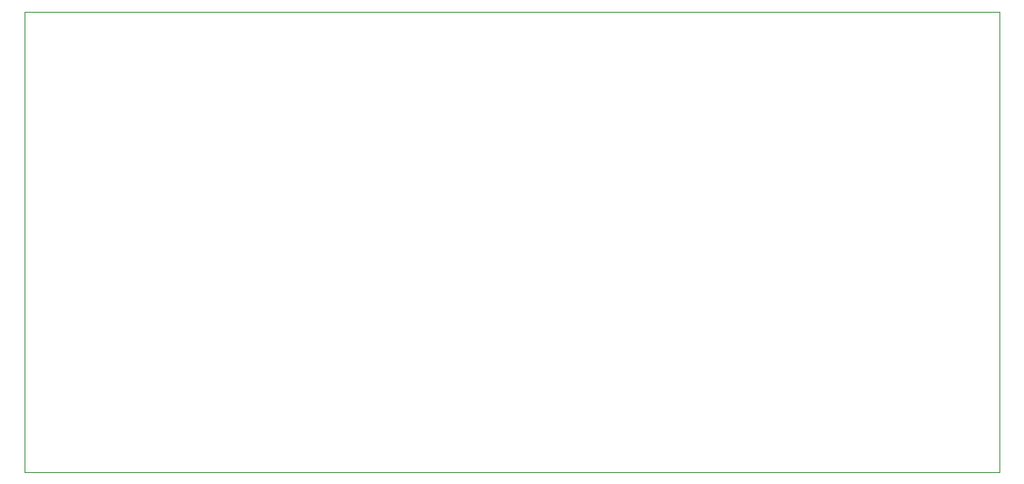
<source format=gbr>
G04 #@! TF.GenerationSoftware,KiCad,Pcbnew,5.1.4-e60b266~84~ubuntu18.04.1*
G04 #@! TF.CreationDate,2019-08-06T09:29:27+03:00*
G04 #@! TF.ProjectId,Wheel_of_Fortune,57686565-6c5f-46f6-965f-466f7274756e,rev?*
G04 #@! TF.SameCoordinates,Original*
G04 #@! TF.FileFunction,Profile,NP*
%FSLAX46Y46*%
G04 Gerber Fmt 4.6, Leading zero omitted, Abs format (unit mm)*
G04 Created by KiCad (PCBNEW 5.1.4-e60b266~84~ubuntu18.04.1) date 2019-08-06 09:29:27*
%MOMM*%
%LPD*%
G04 APERTURE LIST*
%ADD10C,0.050000*%
G04 APERTURE END LIST*
D10*
X0Y46050000D02*
X0Y0D01*
X97525000Y46050000D02*
X0Y46050000D01*
X97500000Y25000D02*
X97525000Y46050000D01*
X0Y0D02*
X97500000Y25000D01*
M02*

</source>
